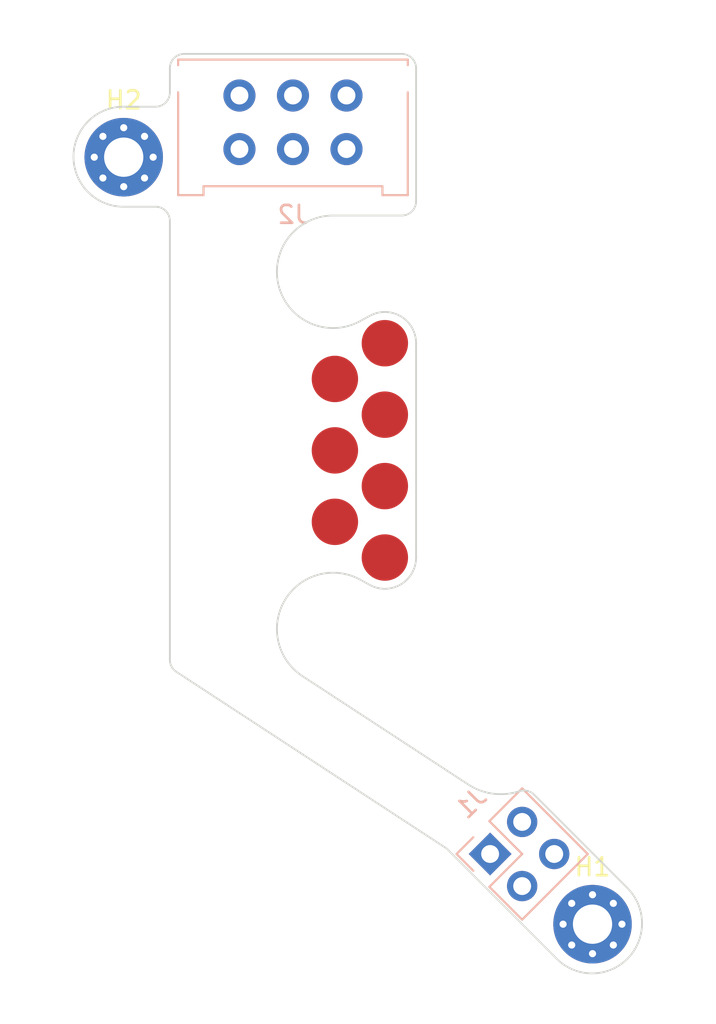
<source format=kicad_pcb>
(kicad_pcb (version 20241229) (generator "pcbnew") (generator_version "9.0")
  (layers (0 "F.Cu" signal) (4 "In1.Cu" signal) (6 "In2.Cu" signal) (2 "B.Cu" signal) (13 "F.Paste" user) (15 "B.Paste" user) (5 "F.SilkS" user "F.Silkscreen") (7 "B.SilkS" user "B.Silkscreen") (1 "F.Mask" user) (3 "B.Mask" user) (25 "Edge.Cuts" user))
  (net 0 "")
  (net 1 "VDC")
  (net 2 "CAN_L")
  (net 3 "CAN_H")
  (net 4 "TOOL_ID")
  (net 5 "USB_D-")
  (net 6 "USB_D+")
  (footprint "Vortac:mill-max-0881-1-15-20-82-14-11-0_LandingPads_Simple" (layer "F.Cu") (at 112.9 72.6)
    (property "Reference" "J3" (at 0 -0.5 0) (layer "F.Cu") (effects (font (thickness 0.1))))
    (property "Value" "Conn_01x07")
    (pad "1" smd circle (at 0 0) (size 2.6 2.6) (layers "F.Cu" "F.Mask") (net 3 "CAN_H"))
    (pad "2" smd circle (at -2.8 2) (size 2.6 2.6) (layers "F.Cu" "F.Mask") (net 2 "CAN_L"))
    (pad "3" smd circle (at 0 4) (size 2.6 2.6) (layers "F.Cu" "F.Mask") (net 4 "TOOL_ID"))
    (pad "4" smd circle (at -2.8 6) (size 2.6 2.6) (layers "F.Cu" "F.Mask") (net 1 "VDC"))
    (pad "5" smd circle (at 0 8) (size 2.6 2.6) (layers "F.Cu" "F.Mask") (net 4 "TOOL_ID"))
    (pad "6" smd circle (at -2.8 10) (size 2.6 2.6) (layers "F.Cu" "F.Mask") (net 6 "USB_D+"))
    (pad "7" smd circle (at 0 12) (size 2.6 2.6) (layers "F.Cu" "F.Mask") (net 5 "USB_D-"))
  )
  (footprint "MountingHole:MountingHole_2.2mm_M2_Pad_Via" (layer "F.Cu") (at 98.263274 62.183274)
    (property "Reference" "H2" (at 0 -3.2 0) (layer "F.SilkS"))
    (property "Value" "MountingHole_Pad")
    (pad "1" thru_hole circle (at -1.65 0) (size 0.7 0.7) (drill 0.4) (layers "*.Cu" "*.Mask"))
    (pad "1" thru_hole circle (at -1.166726 -1.166726) (size 0.7 0.7) (drill 0.4) (layers "*.Cu" "*.Mask"))
    (pad "1" thru_hole circle (at -1.166726 1.166726) (size 0.7 0.7) (drill 0.4) (layers "*.Cu" "*.Mask"))
    (pad "1" thru_hole circle (at 0 -1.65) (size 0.7 0.7) (drill 0.4) (layers "*.Cu" "*.Mask"))
    (pad "1" thru_hole circle (at 0 0) (size 4.4 4.4) (drill 2.2) (layers "*.Cu" "*.Mask"))
    (pad "1" thru_hole circle (at 0 1.65) (size 0.7 0.7) (drill 0.4) (layers "*.Cu" "*.Mask"))
    (pad "1" thru_hole circle (at 1.166726 -1.166726) (size 0.7 0.7) (drill 0.4) (layers "*.Cu" "*.Mask"))
    (pad "1" thru_hole circle (at 1.166726 1.166726) (size 0.7 0.7) (drill 0.4) (layers "*.Cu" "*.Mask"))
    (pad "1" thru_hole circle (at 1.65 0) (size 0.7 0.7) (drill 0.4) (layers "*.Cu" "*.Mask"))
  )
  (footprint "MountingHole:MountingHole_2.2mm_M2_Pad_Via" (layer "F.Cu") (at 124.54 105.13)
    (property "Reference" "H1" (at 0 -3.2 0) (layer "F.SilkS"))
    (property "Value" "MountingHole_Pad")
    (pad "1" thru_hole circle (at -1.65 0) (size 0.7 0.7) (drill 0.4) (layers "*.Cu" "*.Mask"))
    (pad "1" thru_hole circle (at -1.166726 -1.166726) (size 0.7 0.7) (drill 0.4) (layers "*.Cu" "*.Mask"))
    (pad "1" thru_hole circle (at -1.166726 1.166726) (size 0.7 0.7) (drill 0.4) (layers "*.Cu" "*.Mask"))
    (pad "1" thru_hole circle (at 0 -1.65) (size 0.7 0.7) (drill 0.4) (layers "*.Cu" "*.Mask"))
    (pad "1" thru_hole circle (at 0 0) (size 4.4 4.4) (drill 2.2) (layers "*.Cu" "*.Mask"))
    (pad "1" thru_hole circle (at 0 1.65) (size 0.7 0.7) (drill 0.4) (layers "*.Cu" "*.Mask"))
    (pad "1" thru_hole circle (at 1.166726 -1.166726) (size 0.7 0.7) (drill 0.4) (layers "*.Cu" "*.Mask"))
    (pad "1" thru_hole circle (at 1.166726 1.166726) (size 0.7 0.7) (drill 0.4) (layers "*.Cu" "*.Mask"))
    (pad "1" thru_hole circle (at 1.65 0) (size 0.7 0.7) (drill 0.4) (layers "*.Cu" "*.Mask"))
  )
  (footprint "Vortac:Molex_Micro-Fit_3.0_43045-0612_2x03_P3.00mm_Vertical" (layer "B.Cu") (at 104.75 61.73)
    (property "Reference" "J2" (at 3 3.67 0) (layer "B.SilkS") (effects (justify mirror)))
    (property "Value" "Conn_02x03_Odd_Even")
    (fp_line (start -3.435 -5.01) (end 9.435 -5.01) (stroke (width 0.12)) (layer "B.SilkS"))
    (fp_line (start -3.435 -4.7) (end -3.435 -5.01) (stroke (width 0.12)) (layer "B.SilkS"))
    (fp_line (start -3.435 -3.18) (end -3.435 2.58) (stroke (width 0.12)) (layer "B.SilkS"))
    (fp_line (start -3.435 2.58) (end -2.015 2.58) (stroke (width 0.12)) (layer "B.SilkS"))
    (fp_line (start -2.015 2.08) (end 8.015 2.08) (stroke (width 0.12)) (layer "B.SilkS"))
    (fp_line (start -2.015 2.58) (end -2.015 2.08) (stroke (width 0.12)) (layer "B.SilkS"))
    (fp_line (start 8.015 2.08) (end 8.015 2.58) (stroke (width 0.12)) (layer "B.SilkS"))
    (fp_line (start 8.015 2.58) (end 9.435 2.58) (stroke (width 0.12)) (layer "B.SilkS"))
    (fp_line (start 9.435 -5.01) (end 9.435 -4.7) (stroke (width 0.12)) (layer "B.SilkS"))
    (fp_line (start 9.435 2.58) (end 9.435 -3.18) (stroke (width 0.12)) (layer "B.SilkS"))
    (pad "" np_thru_hole circle (at -3 -3.94) (size 1 1) (drill 1) (layers "*.Cu" "*.Mask"))
    (pad "" np_thru_hole circle (at 9 -3.94) (size 1 1) (drill 1) (layers "*.Cu" "*.Mask"))
    (pad "1" thru_hole circle (at 0 0) (size 1.8 1.8) (drill 1) (layers "*.Cu" "*.Mask") (net 1 "VDC"))
    (pad "2" thru_hole circle (at 3 0) (size 1.8 1.8) (drill 1) (layers "*.Cu" "*.Mask") (net 4 "TOOL_ID"))
    (pad "3" thru_hole circle (at 6 0) (size 1.8 1.8) (drill 1) (layers "*.Cu" "*.Mask") (net 2 "CAN_L"))
    (pad "4" thru_hole circle (at 0 -3) (size 1.8 1.8) (drill 1) (layers "*.Cu" "*.Mask") (net 3 "CAN_H"))
    (pad "5" thru_hole circle (at 3 -3) (size 1.8 1.8) (drill 1) (layers "*.Cu" "*.Mask") (net 6 "USB_D+"))
    (pad "6" thru_hole circle (at 6 -3) (size 1.8 1.8) (drill 1) (layers "*.Cu" "*.Mask") (net 5 "USB_D-"))
  )
  (footprint "Connector_PinSocket_2.54mm:PinSocket_2x02_P2.54mm_Vertical" (layer "B.Cu") (at 118.8 101.2 -135)
    (property "Reference" "J1" (at -1.27 2.77 45) (layer "B.SilkS") (effects (justify mirror)))
    (property "Value" "Conn_02x02_Odd_Even")
    (fp_line (start 1.33 1.33) (end 1.33 0) (stroke (width 0.12)) (layer "B.SilkS"))
    (fp_line (start 0 1.33) (end 1.33 1.33) (stroke (width 0.12)) (layer "B.SilkS"))
    (fp_line (start -1.270001 1.33) (end -1.27 -1.27) (stroke (width 0.12)) (layer "B.SilkS"))
    (fp_line (start 1.33 -1.270001) (end 1.33 -3.87) (stroke (width 0.12)) (layer "B.SilkS"))
    (fp_line (start -3.87 1.33) (end -1.270001 1.33) (stroke (width 0.12)) (layer "B.SilkS"))
    (fp_line (start -3.87 1.33) (end -3.87 -3.87) (stroke (width 0.12)) (layer "B.SilkS"))
    (fp_line (start -1.27 -1.27) (end 1.33 -1.270001) (stroke (width 0.12)) (layer "B.SilkS"))
    (fp_line (start -3.87 -3.87) (end 1.33 -3.87) (stroke (width 0.12)) (layer "B.SilkS"))
    (pad "1" thru_hole rect (at 0 0 225) (size 1.7 1.7) (drill 1) (layers "*.Cu" "*.Mask") (net 1 "VDC"))
    (pad "2" thru_hole circle (at -2.54 0 225) (size 1.7 1.7) (drill 1) (layers "*.Cu" "*.Mask") (net 3 "CAN_H"))
    (pad "3" thru_hole circle (at 0 -2.54 225) (size 1.7 1.7) (drill 1) (layers "*.Cu" "*.Mask") (net 2 "CAN_L"))
    (pad "4" thru_hole circle (at -2.54 -2.54 225) (size 1.7 1.7) (drill 1) (layers "*.Cu" "*.Mask") (net 4 "TOOL_ID"))
  )
  (gr_line (start 110 65.449989) (end 113.853999 65.449989) (stroke (width 0.1)) (layer "Edge.Cuts"))
  (gr_line (start 110 65.45001) (end 110 65.449989) (stroke (width 0.1)) (layer "Edge.Cuts"))
  (gr_line (start 121.267276 97.879316) (end 126.49398 103.106019) (stroke (width 0.1)) (layer "Edge.Cuts"))
  (gr_line (start 112.062621 71.063338) (end 111.507268 71.365968) (stroke (width 0.1)) (layer "Edge.Cuts"))
  (gr_arc (start 120.447999 97.681832) (mid 118.965138 97.821634) (end 117.568249 97.304829) (stroke (width 0.1)) (layer "Edge.Cuts"))
  (gr_arc (start 120.447999 97.681832) (mid 120.88347 97.663393) (end 121.267276 97.879316) (stroke (width 0.1)) (layer "Edge.Cuts"))
  (gr_line (start 111.507269 85.834033) (end 111.507279 85.834015) (stroke (width 0.1)) (layer "Edge.Cuts"))
  (gr_line (start 122.534183 107.065818) (end 116.356618 100.888253) (stroke (width 0.1)) (layer "Edge.Cuts"))
  (gr_arc (start 98.25 64.956163) (mid 95.449997 62.15616) (end 98.244707 59.356163) (stroke (width 0.1)) (layer "Edge.Cuts"))
  (gr_arc (start 126.49398 103.106019) (mid 126.493981 107.065818) (end 122.534183 107.065818) (stroke (width 0.1)) (layer "Edge.Cuts"))
  (gr_arc (start 114.65 84.6) (mid 113.793617 86.104642) (end 112.057703 86.13396) (stroke (width 0.1)) (layer "Edge.Cuts"))
  (gr_arc (start 111.507268 71.365968) (mid 106.947526 69.377713) (end 110 65.45001) (stroke (width 0.1)) (layer "Edge.Cuts"))
  (gr_arc (start 100.85 57.2) (mid 101.084315 56.634315) (end 101.65 56.4) (stroke (width 0.1)) (layer "Edge.Cuts"))
  (gr_line (start 114.65 72.605916) (end 114.65 84.6) (stroke (width 0.1)) (layer "Edge.Cuts"))
  (gr_line (start 116.356618 100.888253) (end 101.212562 90.998118) (stroke (width 0.1)) (layer "Edge.Cuts"))
  (gr_arc (start 113.85 56.4) (mid 114.415685 56.634315) (end 114.65 57.2) (stroke (width 0.1)) (layer "Edge.Cuts"))
  (gr_arc (start 108.277603 91.237383) (mid 107.296184 86.983887) (end 111.507269 85.834033) (stroke (width 0.1)) (layer "Edge.Cuts"))
  (gr_line (start 114.65 64.65) (end 114.65 57.2) (stroke (width 0.1)) (layer "Edge.Cuts"))
  (gr_line (start 113.85 56.4) (end 101.65 56.4) (stroke (width 0.1)) (layer "Edge.Cuts"))
  (gr_line (start 108.277603 91.237383) (end 117.568249 97.304829) (stroke (width 0.1)) (layer "Edge.Cuts"))
  (gr_arc (start 114.65 64.65) (mid 114.415689 65.215682) (end 113.853999 65.449989) (stroke (width 0.1)) (layer "Edge.Cuts"))
  (gr_arc (start 112.062621 71.063338) (mid 113.793618 71.095347) (end 114.65 72.605916) (stroke (width 0.1)) (layer "Edge.Cuts"))
  (gr_line (start 100.85 57.2) (end 100.85 58.5562) (stroke (width 0.1)) (layer "Edge.Cuts"))
  (gr_line (start 100.05 59.356162) (end 98.244707 59.356163) (stroke (width 0.1)) (layer "Edge.Cuts"))
  (gr_line (start 100.850002 65.756163) (end 100.850007 90.332495) (stroke (width 0.1)) (layer "Edge.Cuts"))
  (gr_arc (start 100.85 58.5562) (mid 100.615699 59.121872) (end 100.05 59.356162) (stroke (width 0.1)) (layer "Edge.Cuts"))
  (gr_arc (start 100.05 64.956163) (mid 100.615699 65.190476) (end 100.850002 65.756163) (stroke (width 0.1)) (layer "Edge.Cuts"))
  (gr_arc (start 101.212562 90.998118) (mid 100.946457 90.709136) (end 100.850007 90.332495) (stroke (width 0.1)) (layer "Edge.Cuts"))
  (gr_line (start 112.057703 86.13396) (end 111.507279 85.834015) (stroke (width 0.1)) (layer "Edge.Cuts"))
  (gr_line (start 98.25 64.956163) (end 100.05 64.956163) (stroke (width 0.1)) (layer "Edge.Cuts"))
)
</source>
